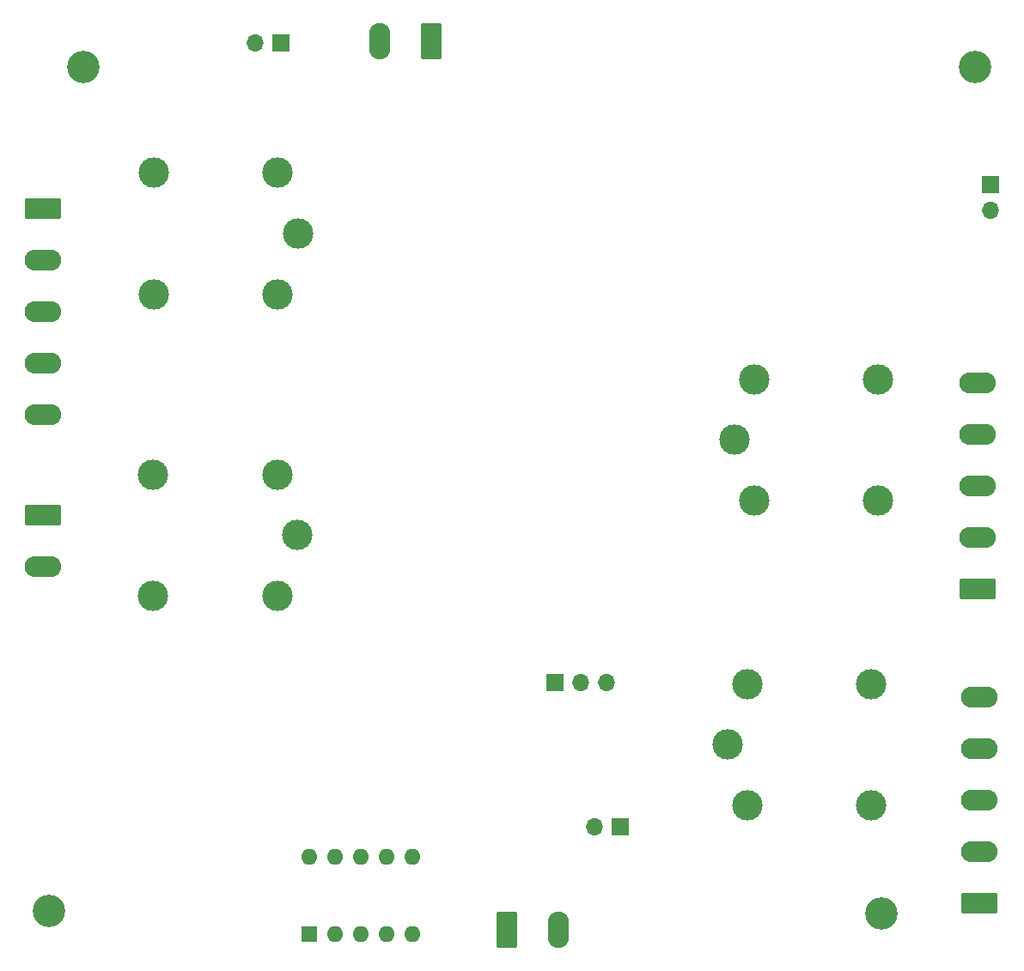
<source format=gbs>
G04 #@! TF.GenerationSoftware,KiCad,Pcbnew,(6.0.11)*
G04 #@! TF.CreationDate,2023-08-29T14:16:44-05:00*
G04 #@! TF.ProjectId,Cabina,43616269-6e61-42e6-9b69-6361645f7063,rev?*
G04 #@! TF.SameCoordinates,Original*
G04 #@! TF.FileFunction,Soldermask,Bot*
G04 #@! TF.FilePolarity,Negative*
%FSLAX46Y46*%
G04 Gerber Fmt 4.6, Leading zero omitted, Abs format (unit mm)*
G04 Created by KiCad (PCBNEW (6.0.11)) date 2023-08-29 14:16:44*
%MOMM*%
%LPD*%
G01*
G04 APERTURE LIST*
G04 Aperture macros list*
%AMRoundRect*
0 Rectangle with rounded corners*
0 $1 Rounding radius*
0 $2 $3 $4 $5 $6 $7 $8 $9 X,Y pos of 4 corners*
0 Add a 4 corners polygon primitive as box body*
4,1,4,$2,$3,$4,$5,$6,$7,$8,$9,$2,$3,0*
0 Add four circle primitives for the rounded corners*
1,1,$1+$1,$2,$3*
1,1,$1+$1,$4,$5*
1,1,$1+$1,$6,$7*
1,1,$1+$1,$8,$9*
0 Add four rect primitives between the rounded corners*
20,1,$1+$1,$2,$3,$4,$5,0*
20,1,$1+$1,$4,$5,$6,$7,0*
20,1,$1+$1,$6,$7,$8,$9,0*
20,1,$1+$1,$8,$9,$2,$3,0*%
G04 Aperture macros list end*
%ADD10RoundRect,0.249999X-1.550001X0.790001X-1.550001X-0.790001X1.550001X-0.790001X1.550001X0.790001X0*%
%ADD11O,3.600000X2.080000*%
%ADD12C,3.000000*%
%ADD13R,1.700000X1.700000*%
%ADD14O,1.700000X1.700000*%
%ADD15RoundRect,0.249999X1.550001X-0.790001X1.550001X0.790001X-1.550001X0.790001X-1.550001X-0.790001X0*%
%ADD16RoundRect,0.249999X0.790001X1.550001X-0.790001X1.550001X-0.790001X-1.550001X0.790001X-1.550001X0*%
%ADD17O,2.080000X3.600000*%
%ADD18RoundRect,0.249999X-0.790001X-1.550001X0.790001X-1.550001X0.790001X1.550001X-0.790001X1.550001X0*%
%ADD19C,3.200000*%
%ADD20R,1.600000X1.600000*%
%ADD21O,1.600000X1.600000*%
G04 APERTURE END LIST*
D10*
X106960200Y-87401400D03*
D11*
X106960200Y-92481400D03*
D12*
X132105400Y-59613800D03*
X130105400Y-53613800D03*
X117905400Y-53613800D03*
X117905400Y-65613800D03*
X130105400Y-65613800D03*
D13*
X200406000Y-54737000D03*
D14*
X200406000Y-57277000D03*
D13*
X130454400Y-40792400D03*
D14*
X127914400Y-40792400D03*
D13*
X157469600Y-103911800D03*
D14*
X160009600Y-103911800D03*
X162549600Y-103911800D03*
D15*
X199250800Y-125679200D03*
D11*
X199250800Y-120599200D03*
X199250800Y-115519200D03*
X199250800Y-110439200D03*
X199250800Y-105359200D03*
D16*
X145249400Y-40614600D03*
D17*
X140169400Y-40614600D03*
D18*
X152704800Y-128244600D03*
D17*
X157784800Y-128244600D03*
D12*
X132066800Y-89357200D03*
X130066800Y-83357200D03*
X117866800Y-83357200D03*
X117866800Y-95357200D03*
X130066800Y-95357200D03*
D15*
X199110600Y-94640400D03*
D11*
X199110600Y-89560400D03*
X199110600Y-84480400D03*
X199110600Y-79400400D03*
X199110600Y-74320400D03*
D12*
X174447200Y-110007400D03*
X176447200Y-116007400D03*
X188647200Y-116007400D03*
X188647200Y-104007400D03*
X176447200Y-104007400D03*
D13*
X163860400Y-118135400D03*
D14*
X161320400Y-118135400D03*
D19*
X107543600Y-126390400D03*
X110998000Y-43180000D03*
D10*
X106971600Y-57124600D03*
D11*
X106971600Y-62204600D03*
X106971600Y-67284600D03*
X106971600Y-72364600D03*
X106971600Y-77444600D03*
D19*
X189585600Y-126669800D03*
X198882000Y-43180000D03*
D20*
X133273800Y-128651000D03*
D21*
X135813800Y-128651000D03*
X138353800Y-128651000D03*
X140893800Y-128651000D03*
X143433800Y-128651000D03*
X143433800Y-121031000D03*
X140893800Y-121031000D03*
X138353800Y-121031000D03*
X135813800Y-121031000D03*
X133273800Y-121031000D03*
D12*
X175107600Y-79959200D03*
X177107600Y-85959200D03*
X189307600Y-85959200D03*
X189307600Y-73959200D03*
X177107600Y-73959200D03*
M02*

</source>
